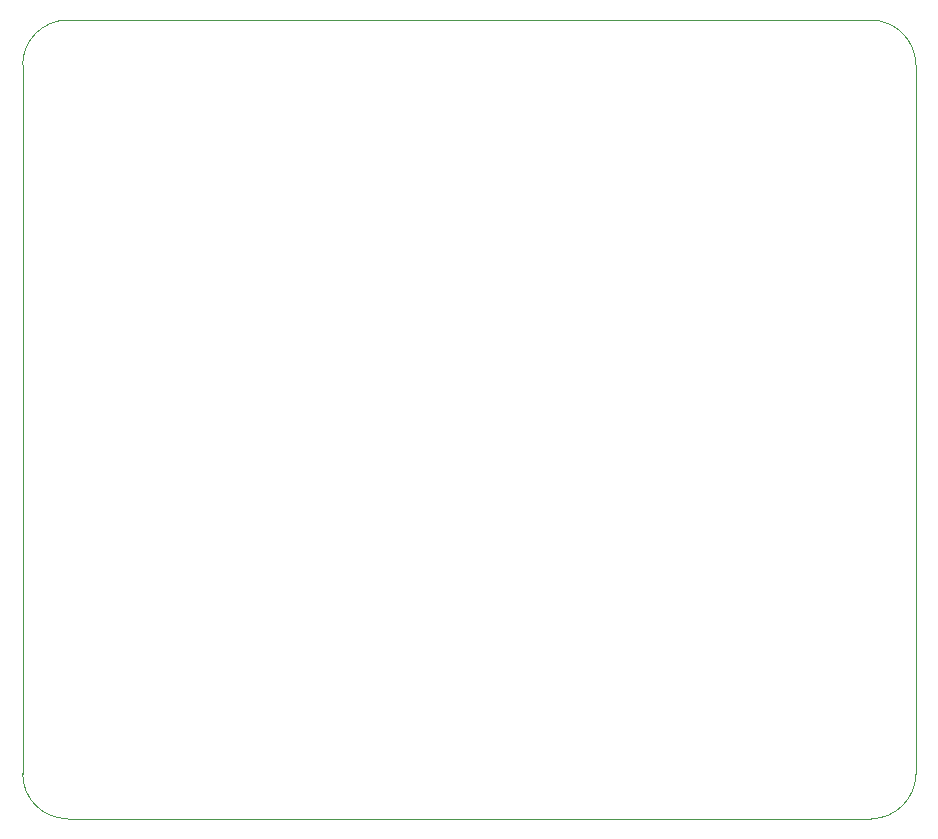
<source format=gm1>
%TF.GenerationSoftware,KiCad,Pcbnew,(5.1.8)-1*%
%TF.CreationDate,2021-07-02T06:17:22+02:00*%
%TF.ProjectId,Assignment2,41737369-676e-46d6-956e-74322e6b6963,rev?*%
%TF.SameCoordinates,Original*%
%TF.FileFunction,Profile,NP*%
%FSLAX46Y46*%
G04 Gerber Fmt 4.6, Leading zero omitted, Abs format (unit mm)*
G04 Created by KiCad (PCBNEW (5.1.8)-1) date 2021-07-02 06:17:22*
%MOMM*%
%LPD*%
G01*
G04 APERTURE LIST*
%TA.AperFunction,Profile*%
%ADD10C,0.050000*%
%TD*%
G04 APERTURE END LIST*
D10*
X78740000Y-38100000D02*
X146740000Y-38100000D01*
X74930000Y-101910000D02*
X74930000Y-41910000D01*
X146740000Y-105720000D02*
X78740000Y-105720000D01*
X150550000Y-41910000D02*
X150550000Y-101910000D01*
X146740000Y-38100000D02*
G75*
G02*
X150550000Y-41910000I0J-3810000D01*
G01*
X150550000Y-101910000D02*
G75*
G02*
X146740000Y-105720000I-3810000J0D01*
G01*
X78740000Y-105720000D02*
G75*
G02*
X74930000Y-101910000I0J3810000D01*
G01*
X74930000Y-41910000D02*
G75*
G02*
X78740000Y-38100000I3810000J0D01*
G01*
M02*

</source>
